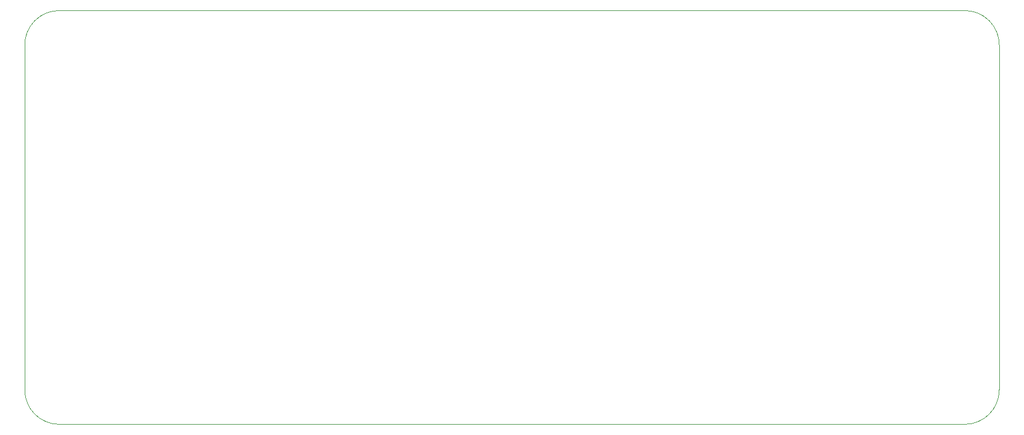
<source format=gm1>
G04 #@! TF.GenerationSoftware,KiCad,Pcbnew,6.0.5+dfsg-1~bpo11+1*
G04 #@! TF.CreationDate,2022-07-16T13:24:40+00:00*
G04 #@! TF.ProjectId,power_supply,706f7765-725f-4737-9570-706c792e6b69,0*
G04 #@! TF.SameCoordinates,Original*
G04 #@! TF.FileFunction,Profile,NP*
%FSLAX46Y46*%
G04 Gerber Fmt 4.6, Leading zero omitted, Abs format (unit mm)*
G04 Created by KiCad (PCBNEW 6.0.5+dfsg-1~bpo11+1) date 2022-07-16 13:24:40*
%MOMM*%
%LPD*%
G01*
G04 APERTURE LIST*
G04 #@! TA.AperFunction,Profile*
%ADD10C,0.100000*%
G04 #@! TD*
G04 APERTURE END LIST*
D10*
X223266000Y-76454000D02*
G75*
G03*
X218186000Y-71374000I-5080000J0D01*
G01*
X84836000Y-71374000D02*
G75*
G03*
X79756000Y-76454000I0J-5080000D01*
G01*
X79756000Y-76454000D02*
X79756000Y-127254000D01*
X223266000Y-127254000D02*
X223266000Y-76454000D01*
X218186000Y-132334000D02*
G75*
G03*
X223266000Y-127254000I0J5080000D01*
G01*
X79756000Y-127254000D02*
G75*
G03*
X84836000Y-132334000I5080000J0D01*
G01*
X84836000Y-132334000D02*
X218186000Y-132334000D01*
X218186000Y-71374000D02*
X84836000Y-71374000D01*
M02*

</source>
